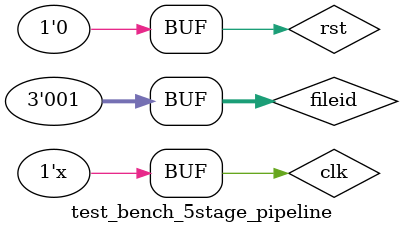
<source format=v>
`timescale 1ns / 1ps


module test_bench_5stage_pipeline;

	// Inputs
	reg clk;
	reg rst;
	reg [2:0] fileid;

	// Outputs
	wire [31:0] PCOUT;
	wire [31:0] INST;
	wire [31:0] rdata1;
	wire [31:0] rdata2;
	wire [31:0] aluout;
	wire zero;
	wire [4:0] waddrMux;
	wire [31:0] wdataMux;
	wire [31:0] read_data_DM;
	wire [31:0] rdata1_ID_EXE;
	wire [31:0] rdata2_ID_EXE;
	wire [31:0] rdata2_imm_ID_EXE;
	wire [31:0] imm_ID_EXE;
	wire [4:0] waddr_out_ID_EXE;
	wire alusrc_ID_EXE;
	wire [2:0] aluop_ID_EXE;
	wire wen_ID_EXE;
	wire memtoreg_ID_EXE;
	wire memwrite_ID_EXE;
	wire branch_ID_EXE;
	wire memread_ID_EXE;
	wire regdst_ID_EXE;
	wire [31:0] PCIN_ID_EXE;
	wire [31:0] rdata2_EX_MEM;
	wire [31:0] alu_result_EX_MEM;
	wire [4:0] waddr_out_EX_MEM;
	wire memwrite_EX_MEM;
	wire memread_EX_MEM;
	wire memtoreg_EX_MEM;
	wire wen_EX_MEM;
	wire [31:0] alu_result_MEM_WB;
	wire [4:0] waddr_out_MEM_WB;
	wire memtoreg_EX_WB;
	wire WriteEn_MEM_WB;

	// Instantiate the Unit Under Test (UUT)
	pipelined_regfile_4stage uut (
		.clk(clk), 
		.rst(rst), 
		.fileid(fileid), 
		.PCOUT(PCOUT), 
		.INST(INST), 
		.rdata1(rdata1), 
		.rdata2(rdata2), 
		.aluout(aluout), 
		.zero(zero), 
		.waddrMux(waddrMux), 
		.wdataMux(wdataMux), 
		.read_data_DM(read_data_DM), 
		.rdata1_ID_EXE(rdata1_ID_EXE), 
		.rdata2_ID_EXE(rdata2_ID_EXE), 
		.rdata2_imm_ID_EXE(rdata2_imm_ID_EXE), 
		.imm_ID_EXE(imm_ID_EXE), 
		.waddr_out_ID_EXE(waddr_out_ID_EXE), 
		.alusrc_ID_EXE(alusrc_ID_EXE), 
		.aluop_ID_EXE(aluop_ID_EXE), 
		.wen_ID_EXE(wen_ID_EXE), 
		.memtoreg_ID_EXE(memtoreg_ID_EXE), 
		.memwrite_ID_EXE(memwrite_ID_EXE), 
		.branch_ID_EXE(branch_ID_EXE), 
		.memread_ID_EXE(memread_ID_EXE), 
		.regdst_ID_EXE(regdst_ID_EXE), 
		.PCIN_ID_EXE(PCIN_ID_EXE), 
		.rdata2_EX_MEM(rdata2_EX_MEM), 
		.alu_result_EX_MEM(alu_result_EX_MEM), 
		.waddr_out_EX_MEM(waddr_out_EX_MEM), 
		.memwrite_EX_MEM(memwrite_EX_MEM), 
		.memread_EX_MEM(memread_EX_MEM), 
		.memtoreg_EX_MEM(memtoreg_EX_MEM), 
		.wen_EX_MEM(wen_EX_MEM), 
		.alu_result_MEM_WB(alu_result_MEM_WB), 
		.waddr_out_MEM_WB(waddr_out_MEM_WB), 
		.memtoreg_EX_WB(memtoreg_EX_WB), 
		.WriteEn_MEM_WB(WriteEn_MEM_WB)
	);
always #15 clk = ~clk;
	initial begin
		// Initialize Inputs
		clk = 0;
		rst = 0;
		fileid = 3'b1;


		// Wait 100 ns for global reset to finish
		#100;
        
		// Add stimulus here

			#25 rst =1;
			#25 rst=0;
	end
      
endmodule


</source>
